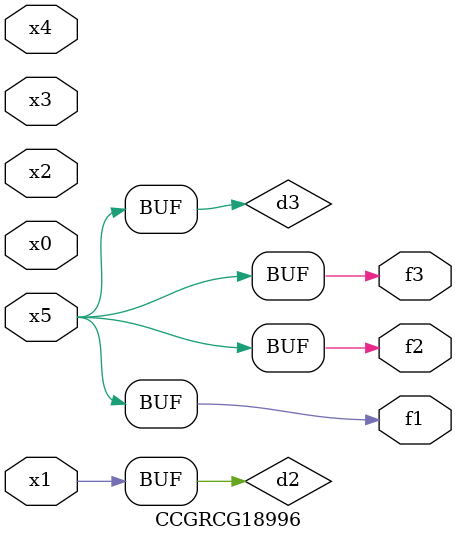
<source format=v>
module CCGRCG18996(
	input x0, x1, x2, x3, x4, x5,
	output f1, f2, f3
);

	wire d1, d2, d3;

	not (d1, x5);
	or (d2, x1);
	xnor (d3, d1);
	assign f1 = d3;
	assign f2 = d3;
	assign f3 = d3;
endmodule

</source>
